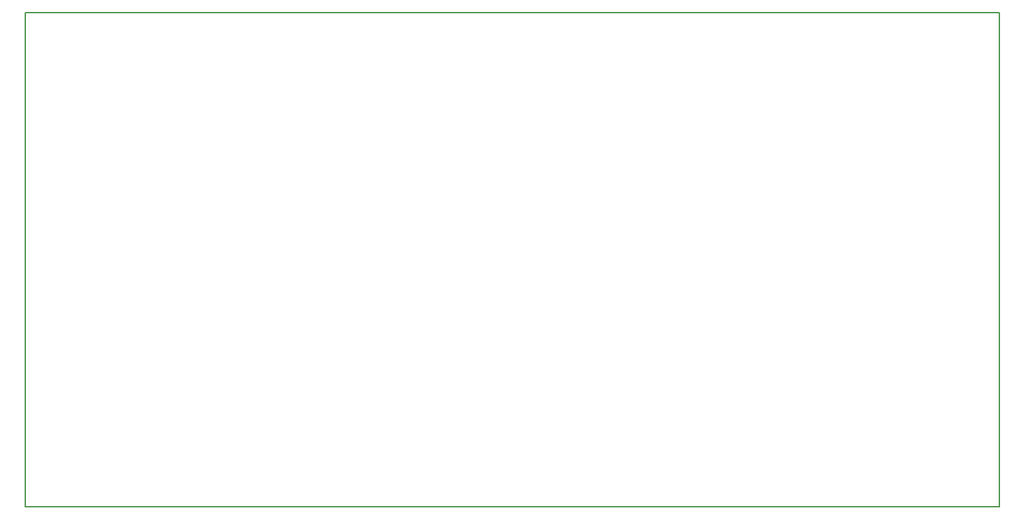
<source format=gbr>
G04 #@! TF.GenerationSoftware,KiCad,Pcbnew,(5.0.1)-3*
G04 #@! TF.CreationDate,2019-05-30T14:31:15+02:00*
G04 #@! TF.ProjectId,SudTempControl,53756454656D70436F6E74726F6C2E6B,rev?*
G04 #@! TF.SameCoordinates,Original*
G04 #@! TF.FileFunction,Profile,NP*
%FSLAX46Y46*%
G04 Gerber Fmt 4.6, Leading zero omitted, Abs format (unit mm)*
G04 Created by KiCad (PCBNEW (5.0.1)-3) date 30.05.2019 14:31:15*
%MOMM*%
%LPD*%
G01*
G04 APERTURE LIST*
%ADD10C,0.150000*%
G04 APERTURE END LIST*
D10*
X108000000Y-134000000D02*
X110000000Y-134000000D01*
X108000000Y-71000000D02*
X108000000Y-134000000D01*
X110000000Y-71000000D02*
X108000000Y-71000000D01*
X110000000Y-71000000D02*
X232000000Y-71000000D01*
X110000000Y-134000000D02*
X232000000Y-134000000D01*
X232000000Y-134000000D02*
X232000000Y-71000000D01*
M02*

</source>
